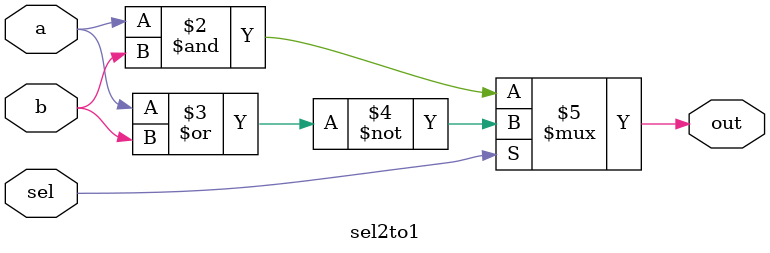
<source format=v>
module sel2to1(a,b,sel,out); // 2to1 selector
// 入力ポートの宣言
input a,b,sel;
// 出力ポートの宣言
output out;
// 以下より assign 文による 2to1 セレクタの出力の記述
assign out=(sel==0)?a&b:a~|b;
endmodule

</source>
